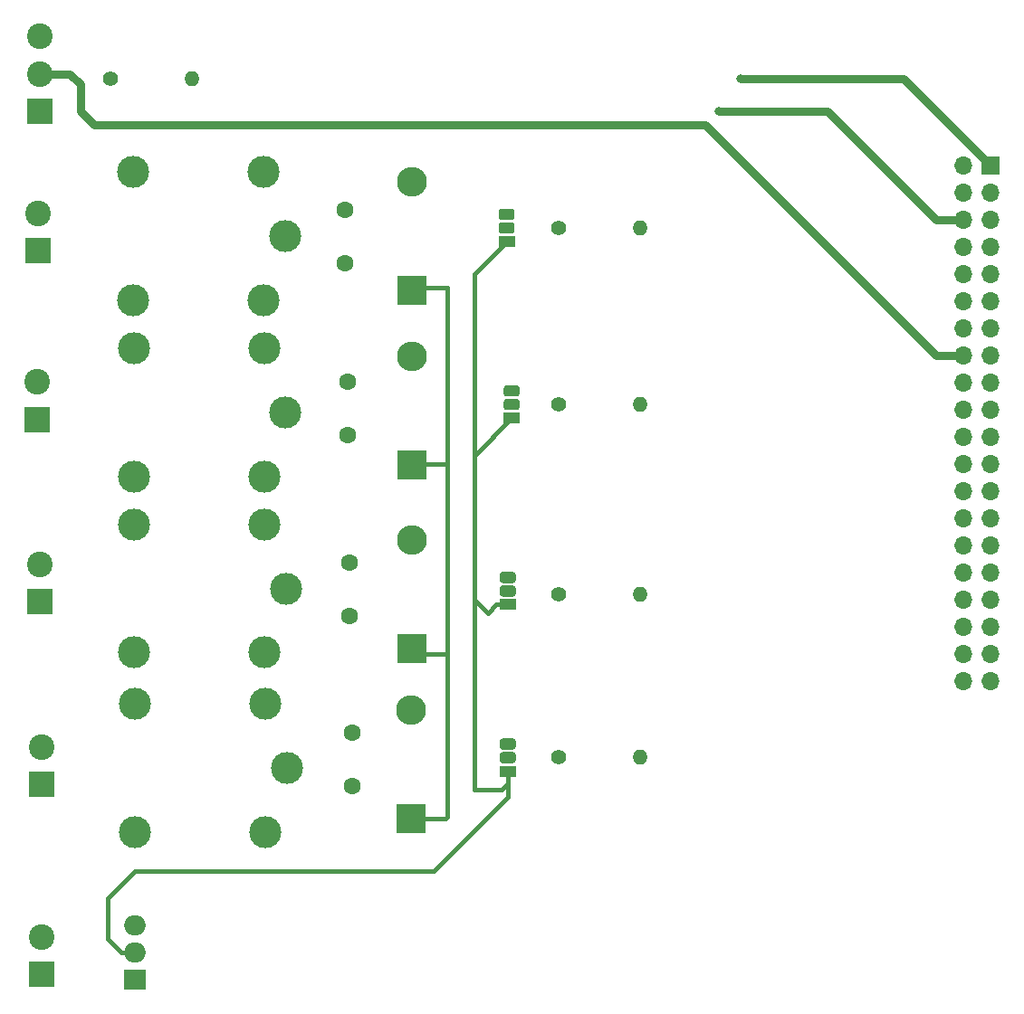
<source format=gbr>
G04 #@! TF.GenerationSoftware,KiCad,Pcbnew,(5.1.6)-1*
G04 #@! TF.CreationDate,2020-05-29T17:12:39+02:00*
G04 #@! TF.ProjectId,BOTLAND-1-INTELIGENTNY-DOM,424f544c-414e-4442-9d31-2d494e54454c,rev?*
G04 #@! TF.SameCoordinates,Original*
G04 #@! TF.FileFunction,Copper,L1,Top*
G04 #@! TF.FilePolarity,Positive*
%FSLAX46Y46*%
G04 Gerber Fmt 4.6, Leading zero omitted, Abs format (unit mm)*
G04 Created by KiCad (PCBNEW (5.1.6)-1) date 2020-05-29 17:12:39*
%MOMM*%
%LPD*%
G01*
G04 APERTURE LIST*
G04 #@! TA.AperFunction,ComponentPad*
%ADD10C,1.400000*%
G04 #@! TD*
G04 #@! TA.AperFunction,ComponentPad*
%ADD11O,1.400000X1.400000*%
G04 #@! TD*
G04 #@! TA.AperFunction,ComponentPad*
%ADD12C,2.400000*%
G04 #@! TD*
G04 #@! TA.AperFunction,ComponentPad*
%ADD13R,2.400000X2.400000*%
G04 #@! TD*
G04 #@! TA.AperFunction,ComponentPad*
%ADD14O,2.000000X1.905000*%
G04 #@! TD*
G04 #@! TA.AperFunction,ComponentPad*
%ADD15R,2.000000X1.905000*%
G04 #@! TD*
G04 #@! TA.AperFunction,ComponentPad*
%ADD16O,1.700000X1.700000*%
G04 #@! TD*
G04 #@! TA.AperFunction,ComponentPad*
%ADD17R,1.700000X1.700000*%
G04 #@! TD*
G04 #@! TA.AperFunction,ComponentPad*
%ADD18R,1.500000X1.050000*%
G04 #@! TD*
G04 #@! TA.AperFunction,ComponentPad*
%ADD19R,2.800000X2.800000*%
G04 #@! TD*
G04 #@! TA.AperFunction,ComponentPad*
%ADD20O,2.800000X2.800000*%
G04 #@! TD*
G04 #@! TA.AperFunction,ComponentPad*
%ADD21C,1.600000*%
G04 #@! TD*
G04 #@! TA.AperFunction,ComponentPad*
%ADD22C,3.000000*%
G04 #@! TD*
G04 #@! TA.AperFunction,ViaPad*
%ADD23C,0.800000*%
G04 #@! TD*
G04 #@! TA.AperFunction,Conductor*
%ADD24C,0.400000*%
G04 #@! TD*
G04 #@! TA.AperFunction,Conductor*
%ADD25C,0.750000*%
G04 #@! TD*
G04 APERTURE END LIST*
D10*
X34584640Y-66822320D03*
D11*
X42204640Y-66822320D03*
D12*
X27940000Y-62850000D03*
X27940000Y-66350000D03*
D13*
X27940000Y-69850000D03*
D12*
X28102560Y-147157560D03*
D13*
X28102560Y-150657560D03*
D14*
X36830000Y-146050000D03*
X36830000Y-148590000D03*
D15*
X36830000Y-151130000D03*
D16*
X114300000Y-123190000D03*
X116840000Y-123190000D03*
X114300000Y-120650000D03*
X116840000Y-120650000D03*
X114300000Y-118110000D03*
X116840000Y-118110000D03*
X114300000Y-115570000D03*
X116840000Y-115570000D03*
X114300000Y-113030000D03*
X116840000Y-113030000D03*
X114300000Y-110490000D03*
X116840000Y-110490000D03*
X114300000Y-107950000D03*
X116840000Y-107950000D03*
X114300000Y-105410000D03*
X116840000Y-105410000D03*
X114300000Y-102870000D03*
X116840000Y-102870000D03*
X114300000Y-100330000D03*
X116840000Y-100330000D03*
X114300000Y-97790000D03*
X116840000Y-97790000D03*
X114300000Y-95250000D03*
X116840000Y-95250000D03*
X114300000Y-92710000D03*
X116840000Y-92710000D03*
X114300000Y-90170000D03*
X116840000Y-90170000D03*
X114300000Y-87630000D03*
X116840000Y-87630000D03*
X114300000Y-85090000D03*
X116840000Y-85090000D03*
X114300000Y-82550000D03*
X116840000Y-82550000D03*
X114300000Y-80010000D03*
X116840000Y-80010000D03*
X114300000Y-77470000D03*
X116840000Y-77470000D03*
X114300000Y-74930000D03*
D17*
X116840000Y-74930000D03*
D10*
X76494640Y-130322320D03*
D11*
X84114640Y-130322320D03*
D10*
X76494640Y-115082320D03*
D11*
X84114640Y-115082320D03*
D10*
X76494640Y-97302320D03*
D11*
X84114640Y-97302320D03*
X84114640Y-80792320D03*
D10*
X76494640Y-80792320D03*
G04 #@! TA.AperFunction,ComponentPad*
G36*
G01*
X72196780Y-130882880D02*
X71221780Y-130882880D01*
G75*
G02*
X70959280Y-130620380I0J262500D01*
G01*
X70959280Y-130095380D01*
G75*
G02*
X71221780Y-129832880I262500J0D01*
G01*
X72196780Y-129832880D01*
G75*
G02*
X72459280Y-130095380I0J-262500D01*
G01*
X72459280Y-130620380D01*
G75*
G02*
X72196780Y-130882880I-262500J0D01*
G01*
G37*
G04 #@! TD.AperFunction*
G04 #@! TA.AperFunction,ComponentPad*
G36*
G01*
X72196780Y-129612880D02*
X71221780Y-129612880D01*
G75*
G02*
X70959280Y-129350380I0J262500D01*
G01*
X70959280Y-128825380D01*
G75*
G02*
X71221780Y-128562880I262500J0D01*
G01*
X72196780Y-128562880D01*
G75*
G02*
X72459280Y-128825380I0J-262500D01*
G01*
X72459280Y-129350380D01*
G75*
G02*
X72196780Y-129612880I-262500J0D01*
G01*
G37*
G04 #@! TD.AperFunction*
D18*
X71709280Y-131627880D03*
G04 #@! TA.AperFunction,ComponentPad*
G36*
G01*
X72196780Y-115277120D02*
X71221780Y-115277120D01*
G75*
G02*
X70959280Y-115014620I0J262500D01*
G01*
X70959280Y-114489620D01*
G75*
G02*
X71221780Y-114227120I262500J0D01*
G01*
X72196780Y-114227120D01*
G75*
G02*
X72459280Y-114489620I0J-262500D01*
G01*
X72459280Y-115014620D01*
G75*
G02*
X72196780Y-115277120I-262500J0D01*
G01*
G37*
G04 #@! TD.AperFunction*
G04 #@! TA.AperFunction,ComponentPad*
G36*
G01*
X72196780Y-114007120D02*
X71221780Y-114007120D01*
G75*
G02*
X70959280Y-113744620I0J262500D01*
G01*
X70959280Y-113219620D01*
G75*
G02*
X71221780Y-112957120I262500J0D01*
G01*
X72196780Y-112957120D01*
G75*
G02*
X72459280Y-113219620I0J-262500D01*
G01*
X72459280Y-113744620D01*
G75*
G02*
X72196780Y-114007120I-262500J0D01*
G01*
G37*
G04 #@! TD.AperFunction*
X71709280Y-116022120D03*
G04 #@! TA.AperFunction,ComponentPad*
G36*
G01*
X72562540Y-97827320D02*
X71587540Y-97827320D01*
G75*
G02*
X71325040Y-97564820I0J262500D01*
G01*
X71325040Y-97039820D01*
G75*
G02*
X71587540Y-96777320I262500J0D01*
G01*
X72562540Y-96777320D01*
G75*
G02*
X72825040Y-97039820I0J-262500D01*
G01*
X72825040Y-97564820D01*
G75*
G02*
X72562540Y-97827320I-262500J0D01*
G01*
G37*
G04 #@! TD.AperFunction*
G04 #@! TA.AperFunction,ComponentPad*
G36*
G01*
X72562540Y-96557320D02*
X71587540Y-96557320D01*
G75*
G02*
X71325040Y-96294820I0J262500D01*
G01*
X71325040Y-95769820D01*
G75*
G02*
X71587540Y-95507320I262500J0D01*
G01*
X72562540Y-95507320D01*
G75*
G02*
X72825040Y-95769820I0J-262500D01*
G01*
X72825040Y-96294820D01*
G75*
G02*
X72562540Y-96557320I-262500J0D01*
G01*
G37*
G04 #@! TD.AperFunction*
X72075040Y-98572320D03*
X71602600Y-82036920D03*
G04 #@! TA.AperFunction,ComponentPad*
G36*
G01*
X72090100Y-80021920D02*
X71115100Y-80021920D01*
G75*
G02*
X70852600Y-79759420I0J262500D01*
G01*
X70852600Y-79234420D01*
G75*
G02*
X71115100Y-78971920I262500J0D01*
G01*
X72090100Y-78971920D01*
G75*
G02*
X72352600Y-79234420I0J-262500D01*
G01*
X72352600Y-79759420D01*
G75*
G02*
X72090100Y-80021920I-262500J0D01*
G01*
G37*
G04 #@! TD.AperFunction*
G04 #@! TA.AperFunction,ComponentPad*
G36*
G01*
X72090100Y-81291920D02*
X71115100Y-81291920D01*
G75*
G02*
X70852600Y-81029420I0J262500D01*
G01*
X70852600Y-80504420D01*
G75*
G02*
X71115100Y-80241920I262500J0D01*
G01*
X72090100Y-80241920D01*
G75*
G02*
X72352600Y-80504420I0J-262500D01*
G01*
X72352600Y-81029420D01*
G75*
G02*
X72090100Y-81291920I-262500J0D01*
G01*
G37*
G04 #@! TD.AperFunction*
D13*
X28102560Y-132877560D03*
D12*
X28102560Y-129377560D03*
D13*
X27929840Y-115768120D03*
D12*
X27929840Y-112268120D03*
D13*
X27711400Y-98699320D03*
D12*
X27711400Y-95199320D03*
X27752040Y-79405600D03*
D13*
X27752040Y-82905600D03*
D19*
X62677040Y-136067800D03*
D20*
X62677040Y-125907800D03*
D19*
X62712600Y-120147080D03*
D20*
X62712600Y-109987080D03*
D19*
X62783720Y-102910640D03*
D20*
X62783720Y-92750640D03*
X62722760Y-76413360D03*
D19*
X62722760Y-86573360D03*
D21*
X57139840Y-132974080D03*
X57139840Y-127974080D03*
X56890920Y-117109240D03*
X56890920Y-112109240D03*
X56733440Y-100136960D03*
X56733440Y-95136960D03*
X56464200Y-79079080D03*
X56464200Y-84079080D03*
D22*
X49059080Y-125307840D03*
X36859080Y-125307840D03*
X36859080Y-137307840D03*
X49059080Y-137307840D03*
X51059080Y-131307840D03*
X48972720Y-108518440D03*
X36772720Y-108518440D03*
X36772720Y-120518440D03*
X48972720Y-120518440D03*
X50972720Y-114518440D03*
X48927000Y-92018600D03*
X36727000Y-92018600D03*
X36727000Y-104018600D03*
X48927000Y-104018600D03*
X50927000Y-98018600D03*
X50881280Y-81518760D03*
X48881280Y-87518760D03*
X36681280Y-87518760D03*
X36681280Y-75518760D03*
X48881280Y-75518760D03*
D23*
X93492320Y-66822320D03*
X91440000Y-69850000D03*
D24*
X71709280Y-131627880D02*
X71709280Y-132760720D01*
X71709280Y-132760720D02*
X71120000Y-133350000D01*
X71120000Y-133350000D02*
X68580000Y-133350000D01*
X68580000Y-133350000D02*
X68580000Y-115570000D01*
X68580000Y-115570000D02*
X69850000Y-116840000D01*
X70667880Y-116022120D02*
X71709280Y-116022120D01*
X69850000Y-116840000D02*
X70667880Y-116022120D01*
X68580000Y-102067360D02*
X72075040Y-98572320D01*
X68580000Y-115570000D02*
X68580000Y-102067360D01*
X68580000Y-85059520D02*
X71602600Y-82036920D01*
X68580000Y-102067360D02*
X68580000Y-85059520D01*
D25*
X108732320Y-66822320D02*
X116840000Y-74930000D01*
X93492320Y-66822320D02*
X108732320Y-66822320D01*
X91440000Y-69850000D02*
X101600000Y-69850000D01*
X111760000Y-80010000D02*
X114300000Y-80010000D01*
X101600000Y-69850000D02*
X111760000Y-80010000D01*
X114300000Y-92710000D02*
X111760000Y-92710000D01*
X111760000Y-92710000D02*
X90170000Y-71120000D01*
X90170000Y-71120000D02*
X33020000Y-71120000D01*
X33020000Y-71120000D02*
X31750000Y-69850000D01*
X31750000Y-69850000D02*
X31750000Y-67310000D01*
X30790000Y-66350000D02*
X27940000Y-66350000D01*
X31750000Y-67310000D02*
X30790000Y-66350000D01*
D24*
X71709280Y-131627880D02*
X71709280Y-134030720D01*
X71709280Y-134030720D02*
X64770000Y-140970000D01*
X64770000Y-140970000D02*
X36830000Y-140970000D01*
X36830000Y-140970000D02*
X34290000Y-143510000D01*
X34290000Y-143510000D02*
X34290000Y-147320000D01*
X35560000Y-148590000D02*
X36830000Y-148590000D01*
X34290000Y-147320000D02*
X35560000Y-148590000D01*
X62677040Y-136067800D02*
X65862200Y-136067800D01*
X65862200Y-136067800D02*
X66040000Y-135890000D01*
X66040000Y-135890000D02*
X66040000Y-120650000D01*
X63215520Y-120650000D02*
X62712600Y-120147080D01*
X66040000Y-120650000D02*
X63215520Y-120650000D01*
X66040000Y-120650000D02*
X66040000Y-102870000D01*
X62824360Y-102870000D02*
X62783720Y-102910640D01*
X66040000Y-102870000D02*
X62824360Y-102870000D01*
X66040000Y-102870000D02*
X66040000Y-86360000D01*
X62936120Y-86360000D02*
X62722760Y-86573360D01*
X66040000Y-86360000D02*
X62936120Y-86360000D01*
M02*

</source>
